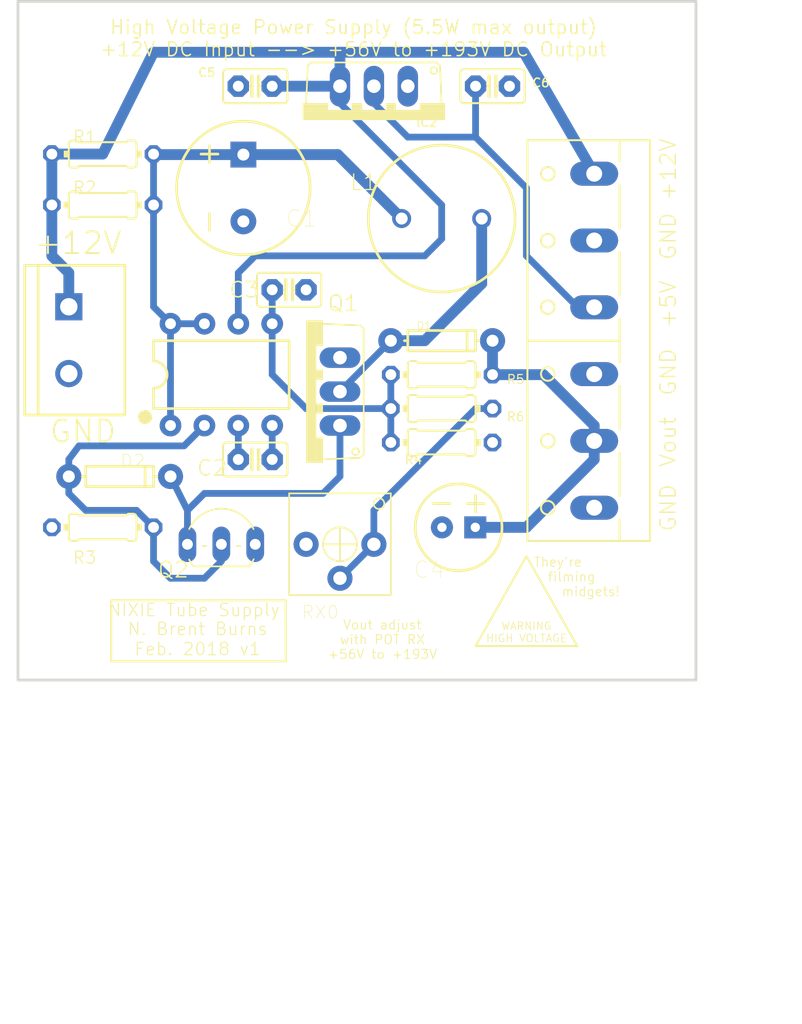
<source format=kicad_pcb>
(kicad_pcb (version 20211014) (generator pcbnew)
  (layers (0 "F.Cu" signal) (31 "B.Cu" signal) (34 "B.Paste" user) (35 "F.Paste" user) (36 "B.SilkS" user "B.Silkscreen") (37 "F.SilkS" user "F.Silkscreen") (38 "B.Mask" user) (39 "F.Mask" user) (44 "Edge.Cuts" user))
  (net 0 "")
  (net 1 "VCC")
  (net 2 "GND")
  (net 3 "N$4")
  (net 4 "N$6")
  (net 5 "N$2")
  (net 6 "N$3")
  (net 7 "N$5")
  (net 8 "N$7")
  (net 9 "N$8")
  (net 10 "N$9")
  (net 11 "N$1")
  (footprint "" (layer "F.Cu") (at 126.9111 126.5936)
    (fp_text reference "@HOLE0" hide)
    (fp_text value "" (at 0 0) (layer "F.SilkS") (effects (font (size 1.27 1.27))))
    (pad "" np_thru_hole circle (at 0 0) (size 3.1 3.1) (drill 3.1) (layers *.Cu *.Mask))
  )
  (footprint "Nixie_v1_HV_Supply:0204_7" (layer "F.Cu") (at 154.8511 112.6236 180)
    (fp_text reference "R4" (at 1.397 -1.2954) (layer "F.SilkS") (effects (font (size 0.672846 0.672846) (thickness 0.089154)) (justify right)))
    (fp_text value "13.7k")
    (fp_line (start -2.286 -1.016) (end -1.905 -1.016) (layer "F.SilkS") (width 0.1524))
    (fp_line (start 1.778 0.889) (end 1.905 1.016) (layer "F.SilkS") (width 0.1524))
    (fp_line (start 2.286 1.016) (end 1.905 1.016) (layer "F.SilkS") (width 0.1524))
    (fp_line (start -1.778 -0.889) (end -1.905 -1.016) (layer "F.SilkS") (width 0.1524))
    (fp_line (start 1.778 -0.889) (end 1.905 -1.016) (layer "F.SilkS") (width 0.1524))
    (fp_line (start -2.286 1.016) (end -1.905 1.016) (layer "F.SilkS") (width 0.1524))
    (fp_line (start 1.778 0.889) (end -1.778 0.889) (layer "F.SilkS") (width 0.1524))
    (fp_line (start 2.54 0.762) (end 2.54 -0.762) (layer "F.SilkS") (width 0.1524))
    (fp_line (start 1.778 -0.889) (end -1.778 -0.889) (layer "F.SilkS") (width 0.1524))
    (fp_line (start -2.54 0.762) (end -2.54 -0.762) (layer "F.SilkS") (width 0.1524))
    (fp_line (start -1.778 0.889) (end -1.905 1.016) (layer "F.SilkS") (width 0.1524))
    (fp_line (start 2.286 -1.016) (end 1.905 -1.016) (layer "F.SilkS") (width 0.1524))
    (fp_arc (start -2.286 1.016) (mid -2.465605 0.941605) (end -2.54 0.762) (layer "F.SilkS") (width 0.1524))
    (fp_arc (start -2.54 -0.762) (mid -2.465605 -0.941605) (end -2.286 -1.016) (layer "F.SilkS") (width 0.1524))
    (fp_arc (start 2.54 0.762) (mid 2.465605 0.941605) (end 2.286 1.016) (layer "F.SilkS") (width 0.1524))
    (fp_arc (start 2.286 -1.016) (mid 2.465605 -0.941605) (end 2.54 -0.762) (layer "F.SilkS") (width 0.1524))
    (fp_poly (pts (xy -2.921 0.254) (xy -2.54 0.254) (xy -2.54 -0.254) (xy -2.921 -0.254)) (layer "F.SilkS") (width 0) (fill solid))
    (fp_poly (pts (xy 2.54 0.254) (xy 2.921 0.254) (xy 2.921 -0.254) (xy 2.54 -0.254)) (layer "F.SilkS") (width 0) (fill solid))
    (pad "1" thru_hole roundrect (at -3.81 0 180) (size 1.3208 1.3208) (drill 0.8128) (layers *.Cu *.Mask) (chamfer_ratio 0.2928932188) (chamfer top_left top_right bottom_left bottom_right) (net 2 "GND"))
    (pad "2" thru_hole roundrect (at 3.81 0 180) (size 1.3208 1.3208) (drill 0.8128) (layers *.Cu *.Mask) (chamfer_ratio 0.2928932188) (chamfer top_left top_right bottom_left bottom_right) (net 7 "N$5"))
  )
  (footprint "Nixie_v1_HV_Supply:INDUCTOR_11MM_DIAM_6MM_PITCH" (layer "F.Cu") (at 154.8511 95.8596)
    (fp_text reference "L1" (at -6.9346 -2.7116) (layer "F.SilkS") (effects (font (size 1.176528 1.176528) (thickness 0.093472)) (justify left)))
    (fp_text value "150uH")
    (fp_circle (center 0 0) (end 5.5 0) (layer "F.SilkS") (width 0.2032) (fill none))
    (pad "1" thru_hole circle (at -3 0) (size 1.4224 1.4224) (drill 0.9) (layers *.Cu *.Mask) (net 4 "N$6"))
    (pad "2" thru_hole circle (at 3 0) (size 1.4224 1.4224) (drill 0.9) (layers *.Cu *.Mask) (net 5 "N$2"))
  )
  (footprint "" (layer "F.Cu") (at 170.0911 83.4136)
    (fp_text reference "@HOLE2" hide)
    (fp_text value "" (at 0 0) (layer "F.SilkS") (effects (font (size 1.27 1.27))))
    (pad "" np_thru_hole circle (at 0 0) (size 3.1 3.1) (drill 3.1) (layers *.Cu *.Mask))
  )
  (footprint "Nixie_v1_HV_Supply:0204_7" (layer "F.Cu") (at 154.8511 107.5436)
    (fp_text reference "R5" (at 4.826 0.3556) (layer "F.SilkS") (effects (font (size 0.672846 0.672846) (thickness 0.089154)) (justify left)))
    (fp_text value "475k")
    (fp_line (start -1.778 -0.889) (end -1.905 -1.016) (layer "F.SilkS") (width 0.1524))
    (fp_line (start -1.778 0.889) (end -1.905 1.016) (layer "F.SilkS") (width 0.1524))
    (fp_line (start 1.778 -0.889) (end -1.778 -0.889) (layer "F.SilkS") (width 0.1524))
    (fp_line (start -2.54 0.762) (end -2.54 -0.762) (layer "F.SilkS") (width 0.1524))
    (fp_line (start 2.286 1.016) (end 1.905 1.016) (layer "F.SilkS") (width 0.1524))
    (fp_line (start 1.778 0.889) (end 1.905 1.016) (layer "F.SilkS") (width 0.1524))
    (fp_line (start -2.286 -1.016) (end -1.905 -1.016) (layer "F.SilkS") (width 0.1524))
    (fp_line (start -2.286 1.016) (end -1.905 1.016) (layer "F.SilkS") (width 0.1524))
    (fp_line (start 2.54 0.762) (end 2.54 -0.762) (layer "F.SilkS") (width 0.1524))
    (fp_line (start 2.286 -1.016) (end 1.905 -1.016) (layer "F.SilkS") (width 0.1524))
    (fp_line (start 1.778 -0.889) (end 1.905 -1.016) (layer "F.SilkS") (width 0.1524))
    (fp_line (start 1.778 0.889) (end -1.778 0.889) (layer "F.SilkS") (width 0.1524))
    (fp_arc (start -2.286 1.016) (mid -2.465605 0.941605) (end -2.54 0.762) (layer "F.SilkS") (width 0.1524))
    (fp_arc (start 2.54 0.762) (mid 2.465605 0.941605) (end 2.286 1.016) (layer "F.SilkS") (width 0.1524))
    (fp_arc (start -2.54 -0.762) (mid -2.465605 -0.941605) (end -2.286 -1.016) (layer "F.SilkS") (width 0.1524))
    (fp_arc (start 2.286 -1.016) (mid 2.465605 -0.941605) (end 2.54 -0.762) (layer "F.SilkS") (width 0.1524))
    (fp_poly (pts (xy 2.54 0.254) (xy 2.921 0.254) (xy 2.921 -0.254) (xy 2.54 -0.254)) (layer "F.SilkS") (width 0) (fill solid))
    (fp_poly (pts (xy -2.921 0.254) (xy -2.54 0.254) (xy -2.54 -0.254) (xy -2.921 -0.254)) (layer "F.SilkS") (width 0) (fill solid))
    (pad "1" thru_hole roundrect (at -3.81 0) (size 1.3208 1.3208) (drill 0.8128) (layers *.Cu *.Mask) (chamfer_ratio 0.2928932188) (chamfer top_left top_right bottom_left bottom_right) (net 7 "N$5"))
    (pad "2" thru_hole roundrect (at 3.81 0) (size 1.3208 1.3208) (drill 0.8128) (layers *.Cu *.Mask) (chamfer_ratio 0.2928932188) (chamfer top_left top_right bottom_left bottom_right) (net 6 "N$3"))
  )
  (footprint "Nixie_v1_HV_Supply:0204_7" (layer "F.Cu") (at 154.8511 110.0836)
    (fp_text reference "R6" (at 4.826 0.6096) (layer "F.SilkS") (effects (font (size 0.672846 0.672846) (thickness 0.089154)) (justify left)))
    (fp_text value "4.02k")
    (fp_line (start -1.778 0.889) (end -1.905 1.016) (layer "F.SilkS") (width 0.1524))
    (fp_line (start 2.286 1.016) (end 1.905 1.016) (layer "F.SilkS") (width 0.1524))
    (fp_line (start -2.286 1.016) (end -1.905 1.016) (layer "F.SilkS") (width 0.1524))
    (fp_line (start -2.54 0.762) (end -2.54 -0.762) (layer "F.SilkS") (width 0.1524))
    (fp_line (start 1.778 0.889) (end -1.778 0.889) (layer "F.SilkS") (width 0.1524))
    (fp_line (start 1.778 0.889) (end 1.905 1.016) (layer "F.SilkS") (width 0.1524))
    (fp_line (start -2.286 -1.016) (end -1.905 -1.016) (layer "F.SilkS") (width 0.1524))
    (fp_line (start 2.286 -1.016) (end 1.905 -1.016) (layer "F.SilkS") (width 0.1524))
    (fp_line (start 1.778 -0.889) (end -1.778 -0.889) (layer "F.SilkS") (width 0.1524))
    (fp_line (start -1.778 -0.889) (end -1.905 -1.016) (layer "F.SilkS") (width 0.1524))
    (fp_line (start 2.54 0.762) (end 2.54 -0.762) (layer "F.SilkS") (width 0.1524))
    (fp_line (start 1.778 -0.889) (end 1.905 -1.016) (layer "F.SilkS") (width 0.1524))
    (fp_arc (start 2.286 -1.016) (mid 2.465605 -0.941605) (end 2.54 -0.762) (layer "F.SilkS") (width 0.1524))
    (fp_arc (start -2.286 1.016) (mid -2.465605 0.941605) (end -2.54 0.762) (layer "F.SilkS") (width 0.1524))
    (fp_arc (start -2.54 -0.762) (mid -2.465605 -0.941605) (end -2.286 -1.016) (layer "F.SilkS") (width 0.1524))
    (fp_arc (start 2.54 0.762) (mid 2.465605 0.941605) (end 2.286 1.016) (layer "F.SilkS") (width 0.1524))
    (fp_poly (pts (xy 2.54 0.254) (xy 2.921 0.254) (xy 2.921 -0.254) (xy 2.54 -0.254)) (layer "F.SilkS") (width 0) (fill solid))
    (fp_poly (pts (xy -2.921 0.254) (xy -2.54 0.254) (xy -2.54 -0.254) (xy -2.921 -0.254)) (layer "F.SilkS") (width 0) (fill solid))
    (pad "1" thru_hole roundrect (at -3.81 0) (size 1.3208 1.3208) (drill 0.8128) (layers *.Cu *.Mask) (chamfer_ratio 0.2928932188) (chamfer top_left top_right bottom_left bottom_right) (net 7 "N$5"))
    (pad "2" thru_hole roundrect (at 3.81 0) (size 1.3208 1.3208) (drill 0.8128) (layers *.Cu *.Mask) (chamfer_ratio 0.2928932188) (chamfer top_left top_right bottom_left bottom_right) (net 8 "N$7"))
  )
  (footprint "Nixie_v1_HV_Supply:C2.5-2" (layer "F.Cu") (at 140.8811 85.9536 180)
    (fp_text reference "C5" (at 2.921 1.016) (layer "F.SilkS") (effects (font (size 0.6477 0.6477) (thickness 0.1143)) (justify right)))
    (fp_text value "0.1uF")
    (fp_line (start 0.381 0) (end 0.254 0) (layer "F.SilkS") (width 0.1524))
    (fp_line (start -0.254 0) (end -0.254 0.762) (layer "F.SilkS") (width 0.254))
    (fp_line (start -2.413 -1.016) (end -2.413 1.016) (layer "F.SilkS") (width 0.1524))
    (fp_line (start 0.254 0) (end 0.254 0.762) (layer "F.SilkS") (width 0.254))
    (fp_line (start 2.159 1.27) (end -2.159 1.27) (layer "F.SilkS") (width 0.1524))
    (fp_line (start 2.413 -1.016) (end 2.413 1.016) (layer "F.SilkS") (width 0.1524))
    (fp_line (start -2.159 -1.27) (end 2.159 -1.27) (layer "F.SilkS") (width 0.1524))
    (fp_line (start -0.254 0) (end -0.381 0) (layer "F.SilkS") (width 0.1524))
    (fp_line (start 0.254 0) (end 0.254 -0.762) (layer "F.SilkS") (width 0.254))
    (fp_line (start -0.254 -0.762) (end -0.254 0) (layer "F.SilkS") (width 0.254))
    (fp_arc (start -2.159 1.27) (mid -2.338605 1.195605) (end -2.413 1.016) (layer "F.SilkS") (width 0.1524))
    (fp_arc (start 2.159 -1.27) (mid 2.338605 -1.195605) (end 2.413 -1.016) (layer "F.SilkS") (width 0.1524))
    (fp_arc (start 2.413 1.016) (mid 2.338605 1.195605) (end 2.159 1.27) (layer "F.SilkS") (width 0.1524))
    (fp_arc (start -2.413 -1.016) (mid -2.338605 -1.195605) (end -2.159 -1.27) (layer "F.SilkS") (width 0.1524))
    (pad "1" thru_hole roundrect (at -1.27 0 180) (size 1.6002 1.6002) (drill 0.8128) (layers *.Cu *.Mask) (chamfer_ratio 0.2928932188) (chamfer top_left top_right bottom_left bottom_right) (net 1 "VCC"))
    (pad "2" thru_hole roundrect (at 1.27 0 180) (size 1.6002 1.6002) (drill 0.8128) (layers *.Cu *.Mask) (chamfer_ratio 0.2928932188) (chamfer top_left top_right bottom_left bottom_right) (net 2 "GND"))
  )
  (footprint "Nixie_v1_HV_Supply:CPOL-RADIAL-2.5MM-6.5MM" (layer "F.Cu") (at 156.1211 118.9736)
    (fp_text reference "C4" (at -3.429 3.175) (layer "F.SilkS") (effects (font (size 1.230986 1.230986) (thickness 0.039014)) (justify left)))
    (fp_text value "2.2uF")
    (fp_line (start 1.27 -2.413) (end 1.27 -1.143) (layer "F.SilkS") (width 0.2032))
    (fp_line (start -0.635 -1.778) (end -1.905 -1.778) (layer "F.SilkS") (width 0.2032))
    (fp_line (start 1.905 -1.778) (end 0.635 -1.778) (layer "F.SilkS") (width 0.2032))
    (fp_circle (center 0 0) (end 3.25 0) (layer "F.SilkS") (width 0.2032) (fill none))
    (pad "1" thru_hole rect (at 1.25 0) (size 1.651 1.651) (drill 0.7) (layers *.Cu *.Mask) (net 6 "N$3"))
    (pad "2" thru_hole circle (at -1.25 0) (size 1.651 1.651) (drill 0.7) (layers *.Cu *.Mask) (net 2 "GND"))
  )
  (footprint "Nixie_v1_HV_Supply:TRIM_POT_PTH" (layer "F.Cu") (at 147.2311 120.2436)
    (fp_text reference "RX0" (at -2.921 5.08) (layer "F.SilkS") (effects (font (size 0.971133 0.971133) (thickness 0.044867)) (justify left)))
    (fp_text value "50k")
    (fp_line (start 0 0) (end 1.27 0) (layer "F.SilkS") (width 0.127))
    (fp_line (start 0 -1.27) (end 0 0) (layer "F.SilkS") (width 0.127))
    (fp_line (start 3.81 3.81) (end 3.81 -3.81) (layer "F.SilkS") (width 0.127))
    (fp_line (start -1.27 0) (end 0 0) (layer "F.SilkS") (width 0.127))
    (fp_line (start -3.81 3.81) (end 3.81 3.81) (layer "F.SilkS") (width 0.127))
    (fp_line (start -3.81 -3.81) (end -3.81 3.81) (layer "F.SilkS") (width 0.127))
    (fp_line (start 3.81 -3.81) (end -3.81 -3.81) (layer "F.SilkS") (width 0.127))
    (fp_line (start 0 1.27) (end 0 0) (layer "F.SilkS") (width 0.127))
    (fp_circle (center 0 0) (end 1.27 0) (layer "F.SilkS") (width 0.127) (fill none))
    (fp_circle (center 2.921 -3.048) (end 3.322606 -3.048) (layer "F.SilkS") (width 0.127) (fill none))
    (pad "1" thru_hole circle (at -2.54 0 180) (size 1.8796 1.8796) (drill 1) (layers *.Cu *.Mask) (net 2 "GND"))
    (pad "2" thru_hole circle (at 0 2.54 180) (size 1.8796 1.8796) (drill 1) (layers *.Cu *.Mask) (net 8 "N$7"))
    (pad "3" thru_hole circle (at 2.54 0 180) (size 1.8796 1.8796) (drill 1) (layers *.Cu *.Mask) (net 8 "N$7"))
  )
  (footprint "Nixie_v1_HV_Supply:TO220V" (layer "F.Cu") (at 144.6911 108.8136 90)
    (fp_text reference "Q1" (at 6.604 4.0132) (layer "F.SilkS") (effects (font (size 1.1557 1.1557) (thickness 0.1143)) (justify right)))
    (fp_text value "IRF630")
    (fp_line (start -4.953 4.064) (end -4.699 4.318) (layer "F.SilkS") (width 0.127))
    (fp_line (start 5.08 1.143) (end 4.953 4.064) (layer "F.SilkS") (width 0.127))
    (fp_line (start 4.699 4.318) (end -4.699 4.318) (layer "F.SilkS") (width 0.127))
    (fp_line (start -4.953 4.064) (end -5.08 1.143) (layer "F.SilkS") (width 0.127))
    (fp_line (start 4.699 4.318) (end 4.953 4.064) (layer "F.SilkS") (width 0.127))
    (fp_circle (center -4.4958 3.7084) (end -4.2418 3.7084) (layer "F.SilkS") (width 0.127) (fill none))
    (fp_poly (pts (xy -5.334 0.762) (xy 5.334 0.762) (xy 5.334 0) (xy -5.334 0)) (layer "F.SilkS") (width 0) (fill solid))
    (fp_poly (pts (xy -5.334 1.27) (xy -3.429 1.27) (xy -3.429 0.762) (xy -5.334 0.762)) (layer "F.SilkS") (width 0) (fill solid))
    (fp_poly (pts (xy 3.429 1.27) (xy 5.334 1.27) (xy 5.334 0.762) (xy 3.429 0.762)) (layer "F.SilkS") (width 0) (fill solid))
    (fp_poly (pts (xy 0.889 1.27) (xy 1.651 1.27) (xy 1.651 0.762) (xy 0.889 0.762)) (layer "F.SilkS") (width 0) (fill solid))
    (fp_poly (pts (xy -1.651 1.27) (xy -0.889 1.27) (xy -0.889 0.762) (xy -1.651 0.762)) (layer "F.SilkS") (width 0) (fill solid))
    (pad "1" thru_hole oval (at -2.54 2.54 180) (size 3.048 1.524) (drill 1.016) (layers *.Cu *.Mask) (net 10 "N$9"))
    (pad "2" thru_hole oval (at 0 2.54 180) (size 3.048 1.524) (drill 1.016) (layers *.Cu *.Mask) (net 5 "N$2"))
    (pad "3" thru_hole oval (at 2.54 2.54 180) (size 3.048 1.524) (drill 1.016) (layers *.Cu *.Mask) (net 2 "GND"))
  )
  (footprint "" (layer "F.Cu") (at 126.9111 83.4136)
    (fp_text reference "@HOLE3" hide)
    (fp_text value "" (at 0 0) (layer "F.SilkS") (effects (font (size 1.27 1.27))))
    (pad "" np_thru_hole circle (at 0 0) (size 3.1 3.1) (drill 3.1) (layers *.Cu *.Mask))
  )
  (footprint "Nixie_v1_HV_Supply:C2.5-2" (layer "F.Cu") (at 158.6611 85.9536)
    (fp_text reference "C6" (at 2.921 -0.254) (layer "F.SilkS") (effects (font (size 0.6477 0.6477) (thickness 0.1143)) (justify left)))
    (fp_text value "10uF")
    (fp_line (start -2.413 -1.016) (end -2.413 1.016) (layer "F.SilkS") (width 0.1524))
    (fp_line (start -0.254 0) (end -0.381 0) (layer "F.SilkS") (width 0.1524))
    (fp_line (start 2.413 -1.016) (end 2.413 1.016) (layer "F.SilkS") (width 0.1524))
    (fp_line (start 0.381 0) (end 0.254 0) (layer "F.SilkS") (width 0.1524))
    (fp_line (start -2.159 -1.27) (end 2.159 -1.27) (layer "F.SilkS") (width 0.1524))
    (fp_line (start -0.254 0) (end -0.254 0.762) (layer "F.SilkS") (width 0.254))
    (fp_line (start 0.254 0) (end 0.254 0.762) (layer "F.SilkS") (width 0.254))
    (fp_line (start 0.254 0) (end 0.254 -0.762) (layer "F.SilkS") (width 0.254))
    (fp_line (start 2.159 1.27) (end -2.159 1.27) (layer "F.SilkS") (width 0.1524))
    (fp_line (start -0.254 -0.762) (end -0.254 0) (layer "F.SilkS") (width 0.254))
    (fp_arc (start 2.159 -1.27) (mid 2.338605 -1.195605) (end 2.413 -1.016) (layer "F.SilkS") (width 0.1524))
    (fp_arc (start -2.413 -1.016) (mid -2.338605 -1.195605) (end -2.159 -1.27) (layer "F.SilkS") (width 0.1524))
    (fp_arc (start 2.413 1.016) (mid 2.338605 1.195605) (end 2.159 1.27) (layer "F.SilkS") (width 0.1524))
    (fp_arc (start -2.159 1.27) (mid -2.338605 1.195605) (end -2.413 1.016) (layer "F.SilkS") (width 0.1524))
    (pad "1" thru_hole roundrect (at -1.27 0) (size 1.6002 1.6002) (drill 0.8128) (layers *.Cu *.Mask) (chamfer_ratio 0.2928932188) (chamfer top_left top_right bottom_left bottom_right) (net 11 "N$1"))
    (pad "2" thru_hole roundrect (at 1.27 0) (size 1.6002 1.6002) (drill 0.8128) (layers *.Cu *.Mask) (chamfer_ratio 0.2928932188) (chamfer top_left top_right bottom_left bottom_right) (net 2 "GND"))
  )
  (footprint "Nixie_v1_HV_Supply:SCREW_TERM_5MM_1X2" (layer "F.Cu") (at 126.9111 102.4636 -90)
    (fp_text reference "J1" hide)
    (fp_text value "Screw Terminal 2 Pin" hide)
    (fp_line (start 8.1 2.3) (end -3.1 2.3) (layer "F.SilkS") (width 0.2032))
    (fp_line (start 8.1 2.3) (end 8.1 3.3) (layer "F.SilkS") (width 0.2032))
    (fp_line (start 8.1 3.3) (end -3.1 3.3) (layer "F.SilkS") (width 0.2032))
    (fp_line (start 8.1 -4.2) (end 8.1 2.3) (layer "F.SilkS") (width 0.2032))
    (fp_line (start -3.1 -4.2) (end 8.1 -4.2) (layer "F.SilkS") (width 0.2032))
    (fp_line (start -3.1 3.3) (end -3.1 2.3) (layer "F.SilkS") (width 0.2032))
    (fp_line (start -3.1 2.3) (end -3.1 -4.2) (layer "F.SilkS") (width 0.2032))
    (pad "1" thru_hole rect (at 0 0 270) (size 2.032 2.032) (drill 1.3) (layers *.Cu *.Mask) (net 1 "VCC"))
    (pad "2" thru_hole circle (at 5 0 270) (size 2.032 2.032) (drill 1.3) (layers *.Cu *.Mask) (net 2 "GND"))
  )
  (footprint "Nixie_v1_HV_Supply:0204_7" (layer "F.Cu") (at 129.4511 118.9736)
    (fp_text reference "R3" (at -2.286 2.2606) (layer "F.SilkS") (effects (font (size 0.901446 0.901446) (thickness 0.089154)) (justify left)))
    (fp_text value "1k")
    (fp_line (start 2.54 0.762) (end 2.54 -0.762) (layer "F.SilkS") (width 0.1524))
    (fp_line (start -2.54 0.762) (end -2.54 -0.762) (layer "F.SilkS") (width 0.1524))
    (fp_line (start 2.286 -1.016) (end 1.905 -1.016) (layer "F.SilkS") (width 0.1524))
    (fp_line (start 1.778 0.889) (end 1.905 1.016) (layer "F.SilkS") (width 0.1524))
    (fp_line (start -1.778 -0.889) (end -1.905 -1.016) (layer "F.SilkS") (width 0.1524))
    (fp_line (start -2.286 -1.016) (end -1.905 -1.016) (layer "F.SilkS") (width 0.1524))
    (fp_line (start -1.778 0.889) (end -1.905 1.016) (layer "F.SilkS") (width 0.1524))
    (fp_line (start 1.778 -0.889) (end 1.905 -1.016) (layer "F.SilkS") (width 0.1524))
    (fp_line (start 1.778 -0.889) (end -1.778 -0.889) (layer "F.SilkS") (width 0.1524))
    (fp_line (start 1.778 0.889) (end -1.778 0.889) (layer "F.SilkS") (width 0.1524))
    (fp_line (start 2.286 1.016) (end 1.905 1.016) (layer "F.SilkS") (width 0.1524))
    (fp_line (start -2.286 1.016) (end -1.905 1.016) (layer "F.SilkS") (width 0.1524))
    (fp_arc (start -2.286 1.016) (mid -2.465605 0.941605) (end -2.54 0.762) (layer "F.SilkS") (width 0.1524))
    (fp_arc (start 2.54 0.762) (mid 2.465605 0.941605) (end 2.286 1.016) (layer "F.SilkS") (width 0.1524))
    (fp_arc (start 2.286 -1.016) (mid 2.465605 -0.941605) (end 2.54 -0.762) (layer "F.SilkS") (width 0.1524))
    (fp_arc (start -2.54 -0.762) (mid -2.465605 -0.941605) (end -2.286 -1.016) (layer "F.SilkS") (width 0.1524))
    (fp_poly (pts (xy 2.54 0.254) (xy 2.921 0.254) (xy 2.921 -0.254) (xy 2.54 -0.254)) (layer "F.SilkS") (width 0) (fill solid))
    (fp_poly (pts (xy -2.921 0.254) (xy -2.54 0.254) (xy -2.54 -0.254) (xy -2.921 -0.254)) (layer "F.SilkS") (width 0) (fill solid))
    (pad "1" thru_hole roundrect (at -3.81 0) (size 1.3208 1.3208) (drill 0.8128) (layers *.Cu *.Mask) (chamfer_ratio 0.2928932188) (chamfer top_left top_right bottom_left bottom_right) (net 2 "GND"))
    (pad "2" thru_hole roundrect (at 3.81 0) (size 1.3208 1.3208) (drill 0.8128) (layers *.Cu *.Mask) (chamfer_ratio 0.2928932188) (chamfer top_left top_right bottom_left bottom_right) (net 9 "N$8"))
  )
  (footprint "Nixie_v1_HV_Supply:SCREW_TERM_5MM_1X6" (layer "F.Cu") (at 165.0111 105.0036 90)
    (fp_text reference "J2" hide)
    (fp_text value "Screw Terminal 6 Pin" hide)
    (fp_line (start -0.003 3.175) (end -0.003 -3.734) (layer "F.SilkS") (width 0.1524))
    (fp_line (start -6.607 3.175) (end -3.381 3.175) (layer "F.SilkS") (width 0.1524))
    (fp_line (start -0.003 3.175) (end 1.622 3.175) (layer "F.SilkS") (width 0.1524))
    (fp_line (start 15.008 -3.734) (end 15.008 3.175) (layer "F.SilkS") (width 0.1524))
    (fp_line (start 15.008 3.175) (end 15.008 5.461) (layer "F.SilkS") (width 0.1524))
    (fp_line (start 15.008 -3.734) (end -0.003 -3.734) (layer "F.SilkS") (width 0.1524))
    (fp_line (start -0.003 -3.734) (end -14.989 -3.734) (layer "F.SilkS") (width 0.1524))
    (fp_line (start -14.989 3.175) (end -13.389 3.175) (layer "F.SilkS") (width 0.1524))
    (fp_line (start -1.603 3.175) (end -0.003 3.175) (layer "F.SilkS") (width 0.1524))
    (fp_line (start -14.989 5.461) (end 15.008 5.461) (layer "F.SilkS") (width 0.1524))
    (fp_line (start -14.989 5.461) (end -14.989 3.175) (layer "F.SilkS") (width 0.1524))
    (fp_line (start 3.4 3.175) (end 6.626 3.175) (layer "F.SilkS") (width 0.1524))
    (fp_line (start 13.408 3.175) (end 15.008 3.175) (layer "F.SilkS") (width 0.1524))
    (fp_line (start -11.611 3.175) (end -8.385 3.175) (layer "F.SilkS") (width 0.1524))
    (fp_line (start -14.989 3.175) (end -14.989 -3.734) (layer "F.SilkS") (width 0.1524))
    (fp_line (start 8.404 3.175) (end 11.63 3.175) (layer "F.SilkS") (width 0.1524))
    (fp_circle (center -12.5 -2.2098) (end -11.992 -2.2098) (layer "F.SilkS") (width 0.1524) (fill none))
    (fp_circle (center 12.4936 -2.2098) (end 13.0016 -2.2098) (layer "F.SilkS") (width 0.1524) (fill none))
    (fp_circle (center 2.5114 -2.2098) (end 3.0194 -2.2098) (layer "F.SilkS") (width 0.1524) (fill none))
    (fp_circle (center -2.4924 -2.2098) (end -1.9844 -2.2098) (layer "F.SilkS") (width 0.1524) (fill none))
    (fp_circle (center -7.4962 -2.2098) (end -6.9882 -2.2098) (layer "F.SilkS") (width 0.1524) (fill none))
    (fp_circle (center 7.4898 -2.2098) (end 7.9978 -2.2098) (layer "F.SilkS") (width 0.1524) (fill none))
    (pad "1" thru_hole oval (at -12.5 1.27 180) (size 3.5814 1.7907) (drill 1.1938) (layers *.Cu *.Mask) (net 2 "GND"))
    (pad "2" thru_hole oval (at -7.5 1.27 180) (size 3.5814 1.7907) (drill 1.1938) (layers *.Cu *.Mask) (net 6 "N$3"))
    (pad "3" thru_hole oval (at -2.5 1.27 180) (size 3.5814 1.7907) (drill 1.1938) (layers *.Cu *.Mask) (net 2 "GND"))
    (pad "4" thru_hole oval (at 2.5 1.27 180) (size 3.5814 1.7907) (drill 1.1938) (layers *.Cu *.Mask) (net 11 "N$1"))
    (pad "5" thru_hole oval (at 7.5 1.27 180) (size 3.5814 1.7907) (drill 1.1938) (layers *.Cu *.Mask) (net 2 "GND"))
    (pad "6" thru_hole oval (at 12.5 1.27 180) (size 3.5814 1.7907) (drill 1.1938) (layers *.Cu *.Mask) (net 1 "VCC"))
  )
  (footprint "Nixie_v1_HV_Supply:DIODE-1N4148" (layer "F.Cu") (at 154.8511 105.0036)
    (fp_text reference "D1" (at -1.905 -1.143) (layer "F.SilkS") (effects (font (size 0.560832 0.560832) (thickness 0.048768)) (justify left)))
    (fp_text value "BAV21")
    (fp_line (start -2.54 -0.762) (end 2.54 -0.762) (layer "F.SilkS") (width 0.2032))
    (fp_line (start 2.54 0.762) (end -2.54 0.762) (layer "F.SilkS") (width 0.2032))
    (fp_line (start -2.54 0.762) (end -2.54 0) (layer "F.SilkS") (width 0.2032))
    (fp_line (start 1.905 -0.635) (end 1.905 0.635) (layer "F.SilkS") (width 0.2032))
    (fp_line (start 2.54 0) (end 2.794 0) (layer "F.SilkS") (width 0.2032))
    (fp_line (start -2.54 0) (end -2.794 0) (layer "F.SilkS") (width 0.2032))
    (fp_line (start -2.54 0) (end -2.54 -0.762) (layer "F.SilkS") (width 0.2032))
    (fp_line (start 2.54 -0.762) (end 2.54 0) (layer "F.SilkS") (width 0.2032))
    (fp_line (start 2.54 0) (end 2.54 0.762) (layer "F.SilkS") (width 0.2032))
    (pad "A" thru_hole circle (at -3.81 0) (size 1.8796 1.8796) (drill 0.9) (layers *.Cu *.Mask) (net 5 "N$2"))
    (pad "C" thru_hole circle (at 3.81 0) (size 1.8796 1.8796) (drill 0.9) (layers *.Cu *.Mask) (net 6 "N$3"))
  )
  (footprint "Nixie_v1_HV_Supply:C2.5-2" (layer "F.Cu") (at 140.8811 113.8936)
    (fp_text reference "C2" (at -4.445 0.635) (layer "F.SilkS") (effects (font (size 1.1557 1.1557) (thickness 0.1143)) (justify left)))
    (fp_text value "680pF")
    (fp_line (start 2.413 -1.016) (end 2.413 1.016) (layer "F.SilkS") (width 0.1524))
    (fp_line (start -2.159 -1.27) (end 2.159 -1.27) (layer "F.SilkS") (width 0.1524))
    (fp_line (start 0.254 0) (end 0.254 0.762) (layer "F.SilkS") (width 0.254))
    (fp_line (start -0.254 -0.762) (end -0.254 0) (layer "F.SilkS") (width 0.254))
    (fp_line (start -0.254 0) (end -0.381 0) (layer "F.SilkS") (width 0.1524))
    (fp_line (start 0.381 0) (end 0.254 0) (layer "F.SilkS") (width 0.1524))
    (fp_line (start 2.159 1.27) (end -2.159 1.27) (layer "F.SilkS") (width 0.1524))
    (fp_line (start -0.254 0) (end -0.254 0.762) (layer "F.SilkS") (width 0.254))
    (fp_line (start 0.254 0) (end 0.254 -0.762) (layer "F.SilkS") (width 0.254))
    (fp_line (start -2.413 -1.016) (end -2.413 1.016) (layer "F.SilkS") (width 0.1524))
    (fp_arc (start 2.413 1.016) (mid 2.338605 1.195605) (end 2.159 1.27) (layer "F.SilkS") (width 0.1524))
    (fp_arc (start -2.159 1.27) (mid -2.338605 1.195605) (end -2.413 1.016) (layer "F.SilkS") (width 0.1524))
    (fp_arc (start 2.159 -1.27) (mid 2.338605 -1.195605) (end 2.413 -1.016) (layer "F.SilkS") (width 0.1524))
    (fp_arc (start -2.413 -1.016) (mid -2.338605 -1.195605) (end -2.159 -1.27) (layer "F.SilkS") (width 0.1524))
    (pad "1" thru_hole roundrect (at -1.27 0) (size 1.6002 1.6002) (drill 0.8128) (layers *.Cu *.Mask) (chamfer_ratio 0.2928932188) (chamfer top_left top_right bottom_left bottom_right) (net 3 "N$4"))
    (pad "2" thru_hole roundrect (at 1.27 0) (size 1.6002 1.6002) (drill 0.8128) (layers *.Cu *.Mask) (chamfer_ratio 0.2928932188) (chamfer top_left top_right bottom_left bottom_right) (net 2 "GND"))
  )
  (footprint "Nixie_v1_HV_Supply:TO92-" (layer "F.Cu") (at 138.3411 120.2436)
    (fp_text reference "Q2" (at -4.826 1.905) (layer "F.SilkS") (effects (font (size 1.1557 1.1557) (thickness 0.1143)) (justify left)))
    (fp_text value "MPSA55")
    (fp_line (start 1.4041 0.127) (end 1.1359 0.127) (layer "F.SilkS") (width 0.127))
    (fp_line (start -2.0945 1.651) (end 2.0945 1.651) (layer "F.SilkS") (width 0.127))
    (fp_line (start -1.1359 0.127) (end -1.4041 0.127) (layer "F.SilkS") (width 0.127))
    (fp_arc (start -2.413 -1.1359) (mid -0.000001 -2.666986) (end 2.412999 -1.135901) (layer "F.SilkS") (width 0.127))
    (fp_arc (start 2.4242 1.1118) (mid 2.275378 1.391201) (end 2.0945 1.651) (layer "F.SilkS") (width 0.127))
    (fp_arc (start -2.0945 1.651) (mid -2.268418 1.40252) (end -2.413 1.1359) (layer "F.SilkS") (width 0.127))
    (pad "1" thru_hole oval (at -2.54 0 90) (size 2.6416 1.3208) (drill 0.8128) (layers *.Cu *.Mask) (net 10 "N$9"))
    (pad "2" thru_hole oval (at 0 0 90) (size 2.6416 1.3208) (drill 0.8128) (layers *.Cu *.Mask) (net 9 "N$8"))
    (pad "3" thru_hole oval (at 2.54 0 90) (size 2.6416 1.3208) (drill 0.8128) (layers *.Cu *.Mask) (net 2 "GND"))
  )
  (footprint "Nixie_v1_HV_Supply:0204_7" (layer "F.Cu") (at 129.4511 94.8436)
    (fp_text reference "R2" (at -2.286 -1.2954) (layer "F.SilkS") (effects (font (size 0.901446 0.901446) (thickness 0.089154)) (justify left)))
    (fp_text value "0.5")
    (fp_line (start 1.778 0.889) (end -1.778 0.889) (layer "F.SilkS") (width 0.1524))
    (fp_line (start 2.54 0.762) (end 2.54 -0.762) (layer "F.SilkS") (width 0.1524))
    (fp_line (start -1.778 0.889) (end -1.905 1.016) (layer "F.SilkS") (width 0.1524))
    (fp_line (start -2.54 0.762) (end -2.54 -0.762) (layer "F.SilkS") (width 0.1524))
    (fp_line (start 1.778 0.889) (end 1.905 1.016) (layer "F.SilkS") (width 0.1524))
    (fp_line (start 2.286 1.016) (end 1.905 1.016) (layer "F.SilkS") (width 0.1524))
    (fp_line (start -2.286 -1.016) (end -1.905 -1.016) (layer "F.SilkS") (width 0.1524))
    (fp_line (start 1.778 -0.889) (end 1.905 -1.016) (layer "F.SilkS") (width 0.1524))
    (fp_line (start -1.778 -0.889) (end -1.905 -1.016) (layer "F.SilkS") (width 0.1524))
    (fp_line (start 2.286 -1.016) (end 1.905 -1.016) (layer "F.SilkS") (width 0.1524))
    (fp_line (start -2.286 1.016) (end -1.905 1.016) (layer "F.SilkS") (width 0.1524))
    (fp_line (start 1.778 -0.889) (end -1.778 -0.889) (layer "F.SilkS") (width 0.1524))
    (fp_arc (start -2.286 1.016) (mid -2.465605 0.941605) (end -2.54 0.762) (layer "F.SilkS") (width 0.1524))
    (fp_arc (start -2.54 -0.762) (mid -2.465605 -0.941605) (end -2.286 -1.016) (layer "F.SilkS") (width 0.1524))
    (fp_arc (start 2.54 0.762) (mid 2.465605 0.941605) (end 2.286 1.016) (layer "F.SilkS") (width 0.1524))
    (fp_arc (start 2.286 -1.016) (mid 2.465605 -0.941605) (end 2.54 -0.762) (layer "F.SilkS") (width 0.1524))
    (fp_poly (pts (xy -2.921 0.254) (xy -2.54 0.254) (xy -2.54 -0.254) (xy -2.921 -0.254)) (layer "F.SilkS") (width 0) (fill solid))
    (fp_poly (pts (xy 2.54 0.254) (xy 2.921 0.254) (xy 2.921 -0.254) (xy 2.54 -0.254)) (layer "F.SilkS") (width 0) (fill solid))
    (pad "1" thru_hole roundrect (at -3.81 0) (size 1.3208 1.3208) (drill 0.8128) (layers *.Cu *.Mask) (chamfer_ratio 0.2928932188) (chamfer top_left top_right bottom_left bottom_right) (net 1 "VCC"))
    (pad "2" thru_hole roundrect (at 3.81 0) (size 1.3208 1.3208) (drill 0.8128) (layers *.Cu *.Mask) (chamfer_ratio 0.2928932188) (chamfer top_left top_right bottom_left bottom_right) (net 4 "N$6"))
  )
  (footprint "Nixie_v1_HV_Supply:0204_7" (layer "F.Cu") (at 129.4511 91.0336)
    (fp_text reference "R1" (at -2.286 -1.2954) (layer "F.SilkS") (effects (font (size 0.901446 0.901446) (thickness 0.089154)) (justify left)))
    (fp_text value "0.5")
    (fp_line (start -2.54 0.762) (end -2.54 -0.762) (layer "F.SilkS") (width 0.1524))
    (fp_line (start 2.286 1.016) (end 1.905 1.016) (layer "F.SilkS") (width 0.1524))
    (fp_line (start 2.286 -1.016) (end 1.905 -1.016) (layer "F.SilkS") (width 0.1524))
    (fp_line (start 2.54 0.762) (end 2.54 -0.762) (layer "F.SilkS") (width 0.1524))
    (fp_line (start 1.778 -0.889) (end -1.778 -0.889) (layer "F.SilkS") (width 0.1524))
    (fp_line (start 1.778 0.889) (end 1.905 1.016) (layer "F.SilkS") (width 0.1524))
    (fp_line (start -2.286 -1.016) (end -1.905 -1.016) (layer "F.SilkS") (width 0.1524))
    (fp_line (start -1.778 0.889) (end -1.905 1.016) (layer "F.SilkS") (width 0.1524))
    (fp_line (start 1.778 -0.889) (end 1.905 -1.016) (layer "F.SilkS") (width 0.1524))
    (fp_line (start 1.778 0.889) (end -1.778 0.889) (layer "F.SilkS") (width 0.1524))
    (fp_line (start -2.286 1.016) (end -1.905 1.016) (layer "F.SilkS") (width 0.1524))
    (fp_line (start -1.778 -0.889) (end -1.905 -1.016) (layer "F.SilkS") (width 0.1524))
    (fp_arc (start -2.54 -0.762) (mid -2.465605 -0.941605) (end -2.286 -1.016) (layer "F.SilkS") (width 0.1524))
    (fp_arc (start 2.286 -1.016) (mid 2.465605 -0.941605) (end 2.54 -0.762) (layer "F.SilkS") (width 0.1524))
    (fp_arc (start -2.286 1.016) (mid -2.465605 0.941605) (end -2.54 0.762) (layer "F.SilkS") (width 0.1524))
    (fp_arc (start 2.54 0.762) (mid 2.465605 0.941605) (end 2.286 1.016) (layer "F.SilkS") (width 0.1524))
    (fp_poly (pts (xy 2.54 0.254) (xy 2.921 0.254) (xy 2.921 -0.254) (xy 2.54 -0.254)) (layer "F.SilkS") (width 0) (fill solid))
    (fp_poly (pts (xy -2.921 0.254) (xy -2.54 0.254) (xy -2.54 -0.254) (xy -2.921 -0.254)) (layer "F.SilkS") (width 0) (fill solid))
    (pad "1" thru_hole roundrect (at -3.81 0) (size 1.3208 1.3208) (drill 0.8128) (layers *.Cu *.Mask) (chamfer_ratio 0.2928932188) (chamfer top_left top_right bottom_left bottom_right) (net 1 "VCC"))
    (pad "2" thru_hole roundrect (at 3.81 0) (size 1.3208 1.3208) (drill 0.8128) (layers *.Cu *.Mask) (chamfer_ratio 0.2928932188) (chamfer top_left top_right bottom_left bottom_right) (net 4 "N$6"))
  )
  (footprint "Nixie_v1_HV_Supply:CPOL-RADIAL-5MM-10MM" (layer "F.Cu") (at 139.9921 93.5736 90)
    (fp_text reference "C1" (at -2.286 5.588) (layer "F.SilkS") (effects (font (size 1.230986 1.230986) (thickness 0.039014)) (justify right)))
    (fp_text value "220uF")
    (fp_line (start 2.54 -3.175) (end 2.54 -1.905) (layer "F.SilkS") (width 0.2032))
    (fp_line (start -1.905 -2.54) (end -3.175 -2.54) (layer "F.SilkS") (width 0.2032))
    (fp_line (start 3.175 -2.54) (end 1.905 -2.54) (layer "F.SilkS") (width 0.2032))
    (fp_circle (center 0 0) (end 5 0) (layer "F.SilkS") (width 0.2032) (fill none))
    (pad "+" thru_hole rect (at 2.5 0 90) (size 1.9304 1.9304) (drill 0.9) (layers *.Cu *.Mask) (net 4 "N$6"))
    (pad "-" thru_hole circle (at -2.5 0 90) (size 1.9304 1.9304) (drill 0.9) (layers *.Cu *.Mask) (net 2 "GND"))
  )
  (footprint "Nixie_v1_HV_Supply:C2.5-2" (layer "F.Cu") (at 143.4211 101.1936)
    (fp_text reference "C3" (at -4.572 0) (layer "F.SilkS") (effects (font (size 1.1557 1.1557) (thickness 0.1143)) (justify left)))
    (fp_text value "0.01uF")
    (fp_line (start 0.254 0) (end 0.254 0.762) (layer "F.SilkS") (width 0.254))
    (fp_line (start 2.159 1.27) (end -2.159 1.27) (layer "F.SilkS") (width 0.1524))
    (fp_line (start 0.381 0) (end 0.254 0) (layer "F.SilkS") (width 0.1524))
    (fp_line (start -0.254 0) (end -0.254 0.762) (layer "F.SilkS") (width 0.254))
    (fp_line (start 0.254 0) (end 0.254 -0.762) (layer "F.SilkS") (width 0.254))
    (fp_line (start 2.413 -1.016) (end 2.413 1.016) (layer "F.SilkS") (width 0.1524))
    (fp_line (start -2.159 -1.27) (end 2.159 -1.27) (layer "F.SilkS") (width 0.1524))
    (fp_line (start -0.254 -0.762) (end -0.254 0) (layer "F.SilkS") (width 0.254))
    (fp_line (start -0.254 0) (end -0.381 0) (layer "F.SilkS") (width 0.1524))
    (fp_line (start -2.413 -1.016) (end -2.413 1.016) (layer "F.SilkS") (width 0.1524))
    (fp_arc (start 2.413 1.016) (mid 2.338605 1.195605) (end 2.159 1.27) (layer "F.SilkS") (width 0.1524))
    (fp_arc (start 2.159 -1.27) (mid 2.338605 -1.195605) (end 2.413 -1.016) (layer "F.SilkS") (width 0.1524))
    (fp_arc (start -2.159 1.27) (mid -2.338605 1.195605) (end -2.413 1.016) (layer "F.SilkS") (width 0.1524))
    (fp_arc (start -2.413 -1.016) (mid -2.338605 -1.195605) (end -2.159 -1.27) (layer "F.SilkS") (width 0.1524))
    (pad "1" thru_hole roundrect (at -1.27 0) (size 1.6002 1.6002) (drill 0.8128) (layers *.Cu *.Mask) (chamfer_ratio 0.2928932188) (chamfer top_left top_right bottom_left bottom_right) (net 7 "N$5"))
    (pad "2" thru_hole roundrect (at 1.27 0) (size 1.6002 1.6002) (drill 0.8128) (layers *.Cu *.Mask) (chamfer_ratio 0.2928932188) (chamfer top_left top_right bottom_left bottom_right) (net 2 "GND"))
  )
  (footprint "Nixie_v1_HV_Supply:TO220V" (layer "F.Cu") (at 149.7711 88.4936 180)
    (fp_text reference "IC2" (at -4.826 -0.1778) (layer "F.SilkS") (effects (font (size 0.6477 0.6477) (thickness 0.1143)) (justify right)))
    (fp_text value "LD1117V50")
    (fp_line (start -4.953 4.064) (end -5.08 1.143) (layer "F.SilkS") (width 0.127))
    (fp_line (start -4.953 4.064) (end -4.699 4.318) (layer "F.SilkS") (width 0.127))
    (fp_line (start 4.699 4.318) (end 4.953 4.064) (layer "F.SilkS") (width 0.127))
    (fp_line (start 4.699 4.318) (end -4.699 4.318) (layer "F.SilkS") (width 0.127))
    (fp_line (start 5.08 1.143) (end 4.953 4.064) (layer "F.SilkS") (width 0.127))
    (fp_circle (center -4.4958 3.7084) (end -4.2418 3.7084) (layer "F.SilkS") (width 0.127) (fill none))
    (fp_poly (pts (xy -5.334 0.762) (xy 5.334 0.762) (xy 5.334 0) (xy -5.334 0)) (layer "F.SilkS") (width 0) (fill solid))
    (fp_poly (pts (xy 0.889 1.27) (xy 1.651 1.27) (xy 1.651 0.762) (xy 0.889 0.762)) (layer "F.SilkS") (width 0) (fill solid))
    (fp_poly (pts (xy 3.429 1.27) (xy 5.334 1.27) (xy 5.334 0.762) (xy 3.429 0.762)) (layer "F.SilkS") (width 0) (fill solid))
    (fp_poly (pts (xy -1.651 1.27) (xy -0.889 1.27) (xy -0.889 0.762) (xy -1.651 0.762)) (layer "F.SilkS") (width 0) (fill solid))
    (fp_poly (pts (xy -5.334 1.27) (xy -3.429 1.27) (xy -3.429 0.762) (xy -5.334 0.762)) (layer "F.SilkS") (width 0) (fill solid))
    (pad "1" thru_hole oval (at -2.54 2.54 270) (size 3.048 1.524) (drill 1.016) (layers *.Cu *.Mask) (net 2 "GND"))
    (pad "2" thru_hole oval (at 0 2.54 270) (size 3.048 1.524) (drill 1.016) (layers *.Cu *.Mask) (net 11 "N$1"))
    (pad "3" thru_hole oval (at 2.54 2.54 270) (size 3.048 1.524) (drill 1.016) (layers *.Cu *.Mask) (net 1 "VCC"))
  )
  (footprint "Nixie_v1_HV_Supply:DIODE-1N4148" (layer "F.Cu") (at 130.7211 115.1636)
    (fp_text reference "D2" (at 0 -1.143) (layer "F.SilkS") (effects (font (size 0.967232 0.967232) (thickness 0.048768)) (justify left)))
    (fp_text value "1N914")
    (fp_line (start -2.54 0) (end -2.54 -0.762) (layer "F.SilkS") (width 0.2032))
    (fp_line (start 2.54 0) (end 2.54 0.762) (layer "F.SilkS") (width 0.2032))
    (fp_line (start 1.905 -0.635) (end 1.905 0.635) (layer "F.SilkS") (width 0.2032))
    (fp_line (start -2.54 0.762) (end -2.54 0) (layer "F.SilkS") (width 0.2032))
    (fp_line (start 2.54 0) (end 2.794 0) (layer "F.SilkS") (width 0.2032))
    (fp_line (start 2.54 0.762) (end -2.54 0.762) (layer "F.SilkS") (width 0.2032))
    (fp_line (start -2.54 -0.762) (end 2.54 -0.762) (layer "F.SilkS") (width 0.2032))
    (fp_line (start 2.54 -0.762) (end 2.54 0) (layer "F.SilkS") (width 0.2032))
    (fp_line (start -2.54 0) (end -2.794 0) (layer "F.SilkS") (width 0.2032))
    (pad "A" thru_hole circle (at -3.81 0) (size 1.8796 1.8796) (drill 0.9) (layers *.Cu *.Mask) (net 9 "N$8"))
    (pad "C" thru_hole circle (at 3.81 0) (size 1.8796 1.8796) (drill 0.9) (layers *.Cu *.Mask) (net 10 "N$9"))
  )
  (footprint "Nixie_v1_HV_Supply:DIP08" (layer "F.Cu") (at 138.3411 107.5436)
    (fp_text reference "IC1" hide)
    (fp_text value "MC34063AP")
    (fp_line (start 5.08 -2.54) (end 5.08 2.54) (layer "F.SilkS") (width 0.2032))
    (fp_line (start -5.08 -2.54) (end -5.08 -1.016) (layer "F.SilkS") (width 0.2032))
    (fp_line (start -5.08 2.54) (end -5.08 1.016) (layer "F.SilkS") (width 0.2032))
    (fp_line (start 5.08 -2.54) (end -5.08 -2.54) (layer "F.SilkS") (width 0.2032))
    (fp_line (start -5.08 2.54) (end 5.08 2.54) (layer "F.SilkS") (width 0.2032))
    (fp_arc (start -5.08 -1.016) (mid -4.064 0) (end -5.08 1.016) (layer "F.SilkS") (width 0.2032))
    (fp_poly (pts (xy -5.547964 2.660914) (xy -5.397277 2.737693) (xy -5.274025 2.860946) (xy -5.173647 3.169876) (xy -5.200914 3.342036) (xy -5.277693 3.492723) (xy -5.400946 3.615975) (xy -5.709876 3.716353) (xy -5.882036 3.689086) (xy -6.032723 3.612307) (xy -6.155975 3.489054) (xy -6.256353 3.180124) (xy -6.229086 3.007964) (xy -6.152307 2.857277) (xy -6.029054 2.734025) (xy -5.720124 2.633647)) (layer "F.SilkS") (width 0) (fill solid))
    (pad "1" thru_hole circle (at -3.81 3.81 90) (size 1.6256 1.6256) (drill 0.8128) (layers *.Cu *.Mask) (net 4 "N$6"))
    (pad "2" thru_hole circle (at -1.27 3.81 90) (size 1.6256 1.6256) (drill 0.8128) (layers *.Cu *.Mask) (net 9 "N$8"))
    (pad "3" thru_hole circle (at 1.27 3.81 90) (size 1.6256 1.6256) (drill 0.8128) (layers *.Cu *.Mask) (net 3 "N$4"))
    (pad "4" thru_hole circle (at 3.81 3.81 90) (size 1.6256 1.6256) (drill 0.8128) (layers *.Cu *.Mask) (net 2 "GND"))
    (pad "5" thru_hole circle (at 3.81 -3.81 90) (size 1.6256 1.6256) (drill 0.8128) (layers *.Cu *.Mask) (net 7 "N$5"))
    (pad "6" thru_hole circle (at 1.27 -3.81 90) (size 1.6256 1.6256) (drill 0.8128) (layers *.Cu *.Mask) (net 1 "VCC"))
    (pad "7" thru_hole circle (at -1.27 -3.81 90) (size 1.6256 1.6256) (drill 0.8128) (layers *.Cu *.Mask) (net 4 "N$6"))
    (pad "8" thru_hole circle (at -3.81 -3.81 90) (size 1.6256 1.6256) (drill 0.8128) (layers *.Cu *.Mask) (net 4 "N$6"))
  )
  (footprint "" (layer "F.Cu") (at 170.0911 126.5936)
    (fp_text reference "@HOLE1" hide)
    (fp_text value "" (at 0 0) (layer "F.SilkS") (effects (font (size 1.27 1.27))))
    (pad "" np_thru_hole circle (at 0 0) (size 3.1 3.1) (drill 3.1) (layers *.Cu *.Mask))
  )
  (gr_line (start 130.0861 124.4346) (end 130.0861 129.0066) (layer "F.SilkS") (width 0.1524))
  (gr_line (start 165.0111 127.8636) (end 161.2011 121.1326) (layer "F.SilkS") (width 0.1524))
  (gr_line (start 157.3911 127.8636) (end 165.0111 127.8636) (layer "F.SilkS") (width 0.1524))
  (gr_line (start 143.1671 129.0066) (end 143.1671 124.4346) (layer "F.SilkS") (width 0.1524))
  (gr_line (start 161.2011 121.1326) (end 157.3911 127.8636) (layer "F.SilkS") (width 0.1524))
  (gr_line (start 143.1671 124.4346) (end 130.0861 124.4346) (layer "F.SilkS") (width 0.1524))
  (gr_line (start 130.0861 129.0066) (end 143.1671 129.0066) (layer "F.SilkS") (width 0.1524))
  (gr_line (start 173.9011 130.4036) (end 173.9011 79.6036) (layer "Edge.Cuts") (width 0.2032))
  (gr_line (start 123.1011 79.6036) (end 123.1011 130.4036) (layer "Edge.Cuts") (width 0.2032))
  (gr_line (start 123.1011 130.4036) (end 173.9011 130.4036) (layer "Edge.Cuts") (width 0.2032))
  (gr_line (start 173.9011 79.6036) (end 123.1011 79.6036) (layer "Edge.Cuts") (width 0.2032))
  (gr_text "Vout adjust\nwith POT RX\n+56V to +193V" (at 150.4061 128.8796) (layer "F.SilkS") (effects (font (size 0.6858 0.6858) (thickness 0.0762)) (justify bottom)))
  (gr_text "+12V" (at 124.2441 98.6536) (layer "F.SilkS") (effects (font (size 1.63576 1.63576) (thickness 0.14224)) (justify left bottom)))
  (gr_text "GND" (at 125.3871 112.7506) (layer "F.SilkS") (effects (font (size 1.63576 1.63576) (thickness 0.14224)) (justify left bottom)))
  (gr_text "High Voltage Power Supply (5.5W max output)\n+12V DC Input --> +56V to +193V DC Output" (at 148.2471 83.7946) (layer "F.SilkS") (effects (font (size 1.0287 1.0287) (thickness 0.1143)) (justify bottom)))
  (gr_text "N. Brent Burns\nFeb. 2018 v1" (at 136.5631 128.6256) (layer "F.SilkS") (effects (font (size 0.93472 0.93472) (thickness 0.08128)) (justify bottom)))
  (gr_text "NIXIE Tube Supply" (at 142.7861 125.7046) (layer "F.SilkS") (effects (font (size 0.93472 0.93472) (thickness 0.08128)) (justify right bottom)))
  (gr_text "WARNING\nHIGH VOLTAGE" (at 161.2011 127.6096) (layer "F.SilkS") (effects (font (size 0.5715 0.5715) (thickness 0.0635)) (justify bottom)))
  (gr_text "GND" (at 172.5041 99.0346 90) (layer "F.SilkS") (effects (font (size 1.1684 1.1684) (thickness 0.1016)) (justify left bottom)))
  (gr_text "GND" (at 172.5041 109.1946 90) (layer "F.SilkS") (effects (font (size 1.1684 1.1684) (thickness 0.1016)) (justify left bottom)))
  (gr_text "They're\n  filming\n    midgets!" (at 161.7091 124.1806) (layer "F.SilkS") (effects (font (size 0.6858 0.6858) (thickness 0.0762)) (justify left bottom)))
  (gr_text "+12V" (at 172.5041 94.5896 90) (layer "F.SilkS") (effects (font (size 1.1684 1.1684) (thickness 0.1016)) (justify left bottom)))
  (gr_text "GND" (at 172.5041 119.3546 90) (layer "F.SilkS") (effects (font (size 1.1684 1.1684) (thickness 0.1016)) (justify left bottom)))
  (gr_text "+5V" (at 172.5041 104.1146 90) (layer "F.SilkS") (effects (font (size 1.1684 1.1684) (thickness 0.1016)) (justify left bottom)))
  (gr_text "Vout" (at 172.5041 114.5286 90) (layer "F.SilkS") (effects (font (size 1.1684 1.1684) (thickness 0.1016)) (justify left bottom)))
  (segment (start 154.8511 97.3836) (end 154.8511 94.8436) (width 0.508) (layer "B.Cu") (net 1))
  (segment (start 161.0011 83.4136) (end 166.2811 92.5036) (width 0.8128) (layer "B.Cu") (net 1))
  (segment (start 125.6411 98.6536) (end 125.6411 94.8436) (width 0.8128) (layer "B.Cu") (net 1))
  (segment (start 140.8811 98.6536) (end 153.5811 98.6536) (width 0.508) (layer "B.Cu") (net 1))
  (segment (start 147.2311 83.4136) (end 161.0011 83.4136) (width 0.8128) (layer "B.Cu") (net 1))
  (segment (start 133.2611 83.4136) (end 147.2311 83.4136) (width 0.8128) (layer "B.Cu") (net 1))
  (segment (start 125.6411 91.0336) (end 125.6411 94.8436) (width 0.8128) (layer "B.Cu") (net 1))
  (segment (start 126.9111 102.4636) (end 126.9111 99.9236) (width 0.8128) (layer "B.Cu") (net 1))
  (segment (start 129.4511 91.0336) (end 133.2611 83.4136) (width 0.8128) (layer "B.Cu") (net 1))
  (segment (start 154.8511 94.8436) (end 147.2311 87.2236) (width 0.508) (layer "B.Cu") (net 1))
  (segment (start 126.9111 99.9236) (end 125.6411 98.6536) (width 0.8128) (layer "B.Cu") (net 1))
  (segment (start 147.2311 87.2236) (end 147.2311 85.9536) (width 0.508) (layer "B.Cu") (net 1))
  (segment (start 142.1511 85.9536) (end 147.2311 85.9536) (width 0.8128) (layer "B.Cu") (net 1))
  (segment (start 153.5811 98.6536) (end 154.8511 97.3836) (width 0.508) (layer "B.Cu") (net 1))
  (segment (start 125.6411 91.0336) (end 129.4511 91.0336) (width 0.8128) (layer "B.Cu") (net 1))
  (segment (start 147.2311 85.9536) (end 147.2311 83.4136) (width 0.8128) (layer "B.Cu") (net 1))
  (segment (start 139.6111 99.9236) (end 140.8811 98.6536) (width 0.508) (layer "B.Cu") (net 1))
  (segment (start 139.6111 103.7336) (end 139.6111 99.9236) (width 0.508) (layer "B.Cu") (net 1))
  (segment (start 142.1511 113.8936) (end 142.1511 111.3536) (width 0.508) (layer "B.Cu") (net 2))
  (segment (start 139.6111 113.8936) (end 139.6111 111.3536) (width 0.508) (layer "B.Cu") (net 3))
  (segment (start 133.2611 102.4636) (end 133.2611 94.8436) (width 0.508) (layer "B.Cu") (net 4))
  (segment (start 133.3011 91.0736) (end 139.9921 91.0736) (width 0.8128) (layer "B.Cu") (net 4))
  (segment (start 134.5311 103.7336) (end 137.0711 103.7336) (width 0.508) (layer "B.Cu") (net 4))
  (segment (start 134.5311 103.7336) (end 133.2611 102.4636) (width 0.508) (layer "B.Cu") (net 4))
  (segment (start 147.0651 91.0736) (end 151.8511 95.8596) (width 0.8128) (layer "B.Cu") (net 4))
  (segment (start 133.2611 91.0336) (end 133.3011 91.0736) (width 0.508) (layer "B.Cu") (net 4))
  (segment (start 139.9921 91.0736) (end 147.0651 91.0736) (width 0.8128) (layer "B.Cu") (net 4))
  (segment (start 133.2611 91.0336) (end 133.2611 94.8436) (width 0.508) (layer "B.Cu") (net 4))
  (segment (start 134.5311 111.3536) (end 134.5311 103.7336) (width 0.508) (layer "B.Cu") (net 4))
  (segment (start 153.5811 105.0036) (end 157.8511 100.7336) (width 0.8128) (layer "B.Cu") (net 5))
  (segment (start 157.8511 100.7336) (end 157.8511 95.8596) (width 0.8128) (layer "B.Cu") (net 5))
  (segment (start 151.0411 105.0036) (end 147.2311 108.8136) (width 0.508) (layer "B.Cu") (net 5))
  (segment (start 151.0411 105.0036) (end 153.5811 105.0036) (width 0.8128) (layer "B.Cu") (net 5))
  (segment (start 157.8511 95.8596) (end 158.1051 96.1136) (width 0.8128) (layer "B.Cu") (net 5))
  (segment (start 158.6611 105.0036) (end 158.6611 107.5436) (width 0.8128) (layer "B.Cu") (net 6))
  (segment (start 158.6611 107.5436) (end 162.4711 107.5436) (width 0.8128) (layer "B.Cu") (net 6))
  (segment (start 166.2811 111.3536) (end 166.2811 112.5036) (width 0.8128) (layer "B.Cu") (net 6))
  (segment (start 162.4711 107.5436) (end 166.2811 111.3536) (width 0.8128) (layer "B.Cu") (net 6))
  (segment (start 161.2011 118.9736) (end 157.3711 118.9736) (width 0.8128) (layer "B.Cu") (net 6))
  (segment (start 166.2811 112.5036) (end 166.2811 113.8936) (width 0.8128) (layer "B.Cu") (net 6))
  (segment (start 166.2811 113.8936) (end 161.2011 118.9736) (width 0.8128) (layer "B.Cu") (net 6))
  (segment (start 144.6911 110.0836) (end 142.1511 107.5436) (width 0.508) (layer "B.Cu") (net 7))
  (segment (start 142.1511 107.5436) (end 142.1511 103.7336) (width 0.508) (layer "B.Cu") (net 7))
  (segment (start 151.0411 107.5436) (end 151.0411 110.0836) (width 0.508) (layer "B.Cu") (net 7))
  (segment (start 151.0411 110.0836) (end 151.0411 112.6236) (width 0.508) (layer "B.Cu") (net 7))
  (segment (start 142.1511 101.1936) (end 142.1511 103.7336) (width 0.508) (layer "B.Cu") (net 7))
  (segment (start 151.0411 110.0836) (end 144.6911 110.0836) (width 0.508) (layer "B.Cu") (net 7))
  (segment (start 158.6611 110.0836) (end 157.3911 110.0836) (width 0.508) (layer "B.Cu") (net 8))
  (segment (start 149.7711 117.7036) (end 149.7711 120.2436) (width 0.508) (layer "B.Cu") (net 8))
  (segment (start 157.3911 110.0836) (end 149.7711 117.7036) (width 0.508) (layer "B.Cu") (net 8))
  (segment (start 149.7711 120.2436) (end 147.2311 122.7836) (width 0.508) (layer "B.Cu") (net 8))
  (segment (start 128.1811 117.7036) (end 126.9111 116.4336) (width 0.508) (layer "B.Cu") (net 9))
  (segment (start 133.2611 121.5136) (end 134.5311 122.7836) (width 0.508) (layer "B.Cu") (net 9))
  (segment (start 126.9111 115.1636) (end 126.9111 113.8936) (width 0.508) (layer "B.Cu") (net 9))
  (segment (start 133.2611 118.9736) (end 133.2611 121.5136) (width 0.508) (layer "B.Cu") (net 9))
  (segment (start 137.0711 122.7836) (end 138.3411 121.5136) (width 0.508) (layer "B.Cu") (net 9))
  (segment (start 134.5311 122.7836) (end 137.0711 122.7836) (width 0.508) (layer "B.Cu") (net 9))
  (segment (start 131.9911 117.7036) (end 128.1811 117.7036) (width 0.508) (layer "B.Cu") (net 9))
  (segment (start 127.6731 112.8776) (end 135.5471 112.8776) (width 0.508) (layer "B.Cu") (net 9))
  (segment (start 133.2611 118.9736) (end 131.9911 117.7036) (width 0.508) (layer "B.Cu") (net 9))
  (segment (start 126.9111 113.8936) (end 127.6731 112.8776) (width 0.508) (layer "B.Cu") (net 9))
  (segment (start 138.3411 121.5136) (end 138.3411 120.2436) (width 0.508) (layer "B.Cu") (net 9))
  (segment (start 126.9111 116.4336) (end 126.9111 115.1636) (width 0.508) (layer "B.Cu") (net 9))
  (segment (start 135.5471 112.8776) (end 137.0711 111.3536) (width 0.508) (layer "B.Cu") (net 9))
  (segment (start 135.8011 117.7036) (end 135.8011 120.2436) (width 0.508) (layer "B.Cu") (net 10))
  (segment (start 137.0711 116.4336) (end 145.9611 116.4336) (width 0.508) (layer "B.Cu") (net 10))
  (segment (start 135.8011 117.7036) (end 137.0711 116.4336) (width 0.508) (layer "B.Cu") (net 10))
  (segment (start 134.5311 115.1636) (end 135.8011 117.7036) (width 0.508) (layer "B.Cu") (net 10))
  (segment (start 145.9611 116.4336) (end 147.2311 115.1636) (width 0.508) (layer "B.Cu") (net 10))
  (segment (start 147.2311 115.1636) (end 147.2311 111.3536) (width 0.508) (layer "B.Cu") (net 10))
  (segment (start 149.7711 87.2236) (end 152.3111 89.7636) (width 0.508) (layer "B.Cu") (net 11))
  (segment (start 152.3111 89.7636) (end 157.3911 89.7636) (width 0.508) (layer "B.Cu") (net 11))
  (segment (start 165.0511 102.5036) (end 166.2811 102.5036) (width 0.508) (layer "B.Cu") (net 11))
  (segment (start 157.3911 89.7636) (end 161.2011 93.5736) (width 0.508) (layer "B.Cu") (net 11))
  (segment (start 157.3911 85.9536) (end 157.3911 89.7636) (width 0.508) (layer "B.Cu") (net 11))
  (segment (start 161.2011 93.5736) (end 161.2011 98.6536) (width 0.508) (layer "B.Cu") (net 11))
  (segment (start 161.2011 98.6536) (end 165.0511 102.5036) (width 0.508) (layer "B.Cu") (net 11))
  (segment (start 149.7711 85.9536) (end 149.7711 87.2236) (width 0.508) (layer "B.Cu") (net 11))
)
</source>
